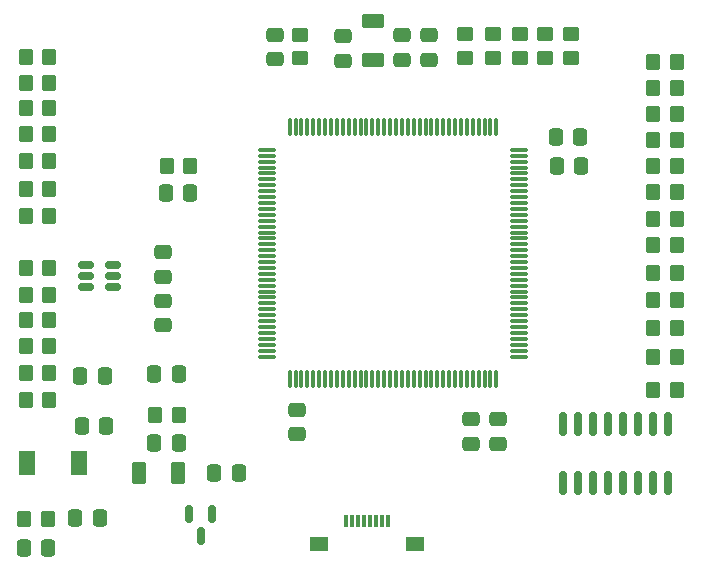
<source format=gbr>
%TF.GenerationSoftware,KiCad,Pcbnew,(6.0.2)*%
%TF.CreationDate,2022-10-19T15:06:20+05:30*%
%TF.ProjectId,flight_controller,666c6967-6874-45f6-936f-6e74726f6c6c,rev?*%
%TF.SameCoordinates,Original*%
%TF.FileFunction,Paste,Top*%
%TF.FilePolarity,Positive*%
%FSLAX46Y46*%
G04 Gerber Fmt 4.6, Leading zero omitted, Abs format (unit mm)*
G04 Created by KiCad (PCBNEW (6.0.2)) date 2022-10-19 15:06:20*
%MOMM*%
%LPD*%
G01*
G04 APERTURE LIST*
G04 Aperture macros list*
%AMRoundRect*
0 Rectangle with rounded corners*
0 $1 Rounding radius*
0 $2 $3 $4 $5 $6 $7 $8 $9 X,Y pos of 4 corners*
0 Add a 4 corners polygon primitive as box body*
4,1,4,$2,$3,$4,$5,$6,$7,$8,$9,$2,$3,0*
0 Add four circle primitives for the rounded corners*
1,1,$1+$1,$2,$3*
1,1,$1+$1,$4,$5*
1,1,$1+$1,$6,$7*
1,1,$1+$1,$8,$9*
0 Add four rect primitives between the rounded corners*
20,1,$1+$1,$2,$3,$4,$5,0*
20,1,$1+$1,$4,$5,$6,$7,0*
20,1,$1+$1,$6,$7,$8,$9,0*
20,1,$1+$1,$8,$9,$2,$3,0*%
G04 Aperture macros list end*
%ADD10RoundRect,0.250000X-0.350000X-0.450000X0.350000X-0.450000X0.350000X0.450000X-0.350000X0.450000X0*%
%ADD11RoundRect,0.250000X0.350000X0.450000X-0.350000X0.450000X-0.350000X-0.450000X0.350000X-0.450000X0*%
%ADD12RoundRect,0.250000X0.337500X0.475000X-0.337500X0.475000X-0.337500X-0.475000X0.337500X-0.475000X0*%
%ADD13RoundRect,0.250000X0.450000X-0.350000X0.450000X0.350000X-0.450000X0.350000X-0.450000X-0.350000X0*%
%ADD14RoundRect,0.075000X-0.662500X-0.075000X0.662500X-0.075000X0.662500X0.075000X-0.662500X0.075000X0*%
%ADD15RoundRect,0.075000X-0.075000X-0.662500X0.075000X-0.662500X0.075000X0.662500X-0.075000X0.662500X0*%
%ADD16RoundRect,0.250000X0.475000X-0.337500X0.475000X0.337500X-0.475000X0.337500X-0.475000X-0.337500X0*%
%ADD17RoundRect,0.150000X-0.150000X0.587500X-0.150000X-0.587500X0.150000X-0.587500X0.150000X0.587500X0*%
%ADD18RoundRect,0.250000X-0.475000X0.337500X-0.475000X-0.337500X0.475000X-0.337500X0.475000X0.337500X0*%
%ADD19R,0.300000X1.000000*%
%ADD20R,1.650000X1.300000*%
%ADD21RoundRect,0.250000X-0.337500X-0.475000X0.337500X-0.475000X0.337500X0.475000X-0.337500X0.475000X0*%
%ADD22RoundRect,0.150000X0.150000X-0.825000X0.150000X0.825000X-0.150000X0.825000X-0.150000X-0.825000X0*%
%ADD23RoundRect,0.250000X0.362500X0.700000X-0.362500X0.700000X-0.362500X-0.700000X0.362500X-0.700000X0*%
%ADD24RoundRect,0.150000X-0.512500X-0.150000X0.512500X-0.150000X0.512500X0.150000X-0.512500X0.150000X0*%
%ADD25R,1.400000X2.100000*%
%ADD26RoundRect,0.250000X-0.450000X0.350000X-0.450000X-0.350000X0.450000X-0.350000X0.450000X0.350000X0*%
%ADD27RoundRect,0.250000X-0.700000X0.362500X-0.700000X-0.362500X0.700000X-0.362500X0.700000X0.362500X0*%
G04 APERTURE END LIST*
D10*
%TO.C,R25*%
X111150000Y-130550000D03*
X113150000Y-130550000D03*
%TD*%
%TO.C,R26*%
X111150000Y-133350000D03*
X113150000Y-133350000D03*
%TD*%
D11*
%TO.C,R34*%
X60000000Y-123000000D03*
X58000000Y-123000000D03*
%TD*%
D12*
%TO.C,C3*%
X64675000Y-132150000D03*
X62600000Y-132150000D03*
%TD*%
D10*
%TO.C,R24*%
X111150000Y-128050000D03*
X113150000Y-128050000D03*
%TD*%
D13*
%TO.C,R7*%
X97600000Y-105200000D03*
X97600000Y-103200000D03*
%TD*%
D14*
%TO.C,U1*%
X78437500Y-113000000D03*
X78437500Y-113500000D03*
X78437500Y-114000000D03*
X78437500Y-114500000D03*
X78437500Y-115000000D03*
X78437500Y-115500000D03*
X78437500Y-116000000D03*
X78437500Y-116500000D03*
X78437500Y-117000000D03*
X78437500Y-117500000D03*
X78437500Y-118000000D03*
X78437500Y-118500000D03*
X78437500Y-119000000D03*
X78437500Y-119500000D03*
X78437500Y-120000000D03*
X78437500Y-120500000D03*
X78437500Y-121000000D03*
X78437500Y-121500000D03*
X78437500Y-122000000D03*
X78437500Y-122500000D03*
X78437500Y-123000000D03*
X78437500Y-123500000D03*
X78437500Y-124000000D03*
X78437500Y-124500000D03*
X78437500Y-125000000D03*
X78437500Y-125500000D03*
X78437500Y-126000000D03*
X78437500Y-126500000D03*
X78437500Y-127000000D03*
X78437500Y-127500000D03*
X78437500Y-128000000D03*
X78437500Y-128500000D03*
X78437500Y-129000000D03*
X78437500Y-129500000D03*
X78437500Y-130000000D03*
X78437500Y-130500000D03*
D15*
X80350000Y-132412500D03*
X80850000Y-132412500D03*
X81350000Y-132412500D03*
X81850000Y-132412500D03*
X82350000Y-132412500D03*
X82850000Y-132412500D03*
X83350000Y-132412500D03*
X83850000Y-132412500D03*
X84350000Y-132412500D03*
X84850000Y-132412500D03*
X85350000Y-132412500D03*
X85850000Y-132412500D03*
X86350000Y-132412500D03*
X86850000Y-132412500D03*
X87350000Y-132412500D03*
X87850000Y-132412500D03*
X88350000Y-132412500D03*
X88850000Y-132412500D03*
X89350000Y-132412500D03*
X89850000Y-132412500D03*
X90350000Y-132412500D03*
X90850000Y-132412500D03*
X91350000Y-132412500D03*
X91850000Y-132412500D03*
X92350000Y-132412500D03*
X92850000Y-132412500D03*
X93350000Y-132412500D03*
X93850000Y-132412500D03*
X94350000Y-132412500D03*
X94850000Y-132412500D03*
X95350000Y-132412500D03*
X95850000Y-132412500D03*
X96350000Y-132412500D03*
X96850000Y-132412500D03*
X97350000Y-132412500D03*
X97850000Y-132412500D03*
D14*
X99762500Y-130500000D03*
X99762500Y-130000000D03*
X99762500Y-129500000D03*
X99762500Y-129000000D03*
X99762500Y-128500000D03*
X99762500Y-128000000D03*
X99762500Y-127500000D03*
X99762500Y-127000000D03*
X99762500Y-126500000D03*
X99762500Y-126000000D03*
X99762500Y-125500000D03*
X99762500Y-125000000D03*
X99762500Y-124500000D03*
X99762500Y-124000000D03*
X99762500Y-123500000D03*
X99762500Y-123000000D03*
X99762500Y-122500000D03*
X99762500Y-122000000D03*
X99762500Y-121500000D03*
X99762500Y-121000000D03*
X99762500Y-120500000D03*
X99762500Y-120000000D03*
X99762500Y-119500000D03*
X99762500Y-119000000D03*
X99762500Y-118500000D03*
X99762500Y-118000000D03*
X99762500Y-117500000D03*
X99762500Y-117000000D03*
X99762500Y-116500000D03*
X99762500Y-116000000D03*
X99762500Y-115500000D03*
X99762500Y-115000000D03*
X99762500Y-114500000D03*
X99762500Y-114000000D03*
X99762500Y-113500000D03*
X99762500Y-113000000D03*
D15*
X97850000Y-111087500D03*
X97350000Y-111087500D03*
X96850000Y-111087500D03*
X96350000Y-111087500D03*
X95850000Y-111087500D03*
X95350000Y-111087500D03*
X94850000Y-111087500D03*
X94350000Y-111087500D03*
X93850000Y-111087500D03*
X93350000Y-111087500D03*
X92850000Y-111087500D03*
X92350000Y-111087500D03*
X91850000Y-111087500D03*
X91350000Y-111087500D03*
X90850000Y-111087500D03*
X90350000Y-111087500D03*
X89850000Y-111087500D03*
X89350000Y-111087500D03*
X88850000Y-111087500D03*
X88350000Y-111087500D03*
X87850000Y-111087500D03*
X87350000Y-111087500D03*
X86850000Y-111087500D03*
X86350000Y-111087500D03*
X85850000Y-111087500D03*
X85350000Y-111087500D03*
X84850000Y-111087500D03*
X84350000Y-111087500D03*
X83850000Y-111087500D03*
X83350000Y-111087500D03*
X82850000Y-111087500D03*
X82350000Y-111087500D03*
X81850000Y-111087500D03*
X81350000Y-111087500D03*
X80850000Y-111087500D03*
X80350000Y-111087500D03*
%TD*%
D16*
%TO.C,C4*%
X69650000Y-127837500D03*
X69650000Y-125762500D03*
%TD*%
D11*
%TO.C,R38*%
X60000000Y-111700000D03*
X58000000Y-111700000D03*
%TD*%
D13*
%TO.C,R8*%
X95200000Y-105200000D03*
X95200000Y-103200000D03*
%TD*%
D17*
%TO.C,D2*%
X73750000Y-143862500D03*
X71850000Y-143862500D03*
X72800000Y-145737500D03*
%TD*%
D11*
%TO.C,R35*%
X60000000Y-118600000D03*
X58000000Y-118600000D03*
%TD*%
D13*
%TO.C,R5*%
X104200000Y-105200000D03*
X104200000Y-103200000D03*
%TD*%
D18*
%TO.C,C9*%
X80950000Y-135012500D03*
X80950000Y-137087500D03*
%TD*%
D19*
%TO.C,J6*%
X85150000Y-144450000D03*
X85650000Y-144450000D03*
X86150000Y-144450000D03*
X86650000Y-144450000D03*
X87150000Y-144450000D03*
X87650000Y-144450000D03*
X88150000Y-144450000D03*
X88650000Y-144450000D03*
D20*
X82875000Y-146350000D03*
X90925000Y-146350000D03*
%TD*%
D21*
%TO.C,C8*%
X102962500Y-114400000D03*
X105037500Y-114400000D03*
%TD*%
D12*
%TO.C,C21*%
X64287500Y-144200000D03*
X62212500Y-144200000D03*
%TD*%
D10*
%TO.C,R21*%
X111150000Y-121100000D03*
X113150000Y-121100000D03*
%TD*%
D11*
%TO.C,R37*%
X60000000Y-113950000D03*
X58000000Y-113950000D03*
%TD*%
%TO.C,R39*%
X60000000Y-109500000D03*
X58000000Y-109500000D03*
%TD*%
D12*
%TO.C,C23*%
X64837500Y-136400000D03*
X62762500Y-136400000D03*
%TD*%
D11*
%TO.C,R1*%
X70950000Y-135450000D03*
X68950000Y-135450000D03*
%TD*%
D12*
%TO.C,C24*%
X59900000Y-146700000D03*
X57825000Y-146700000D03*
%TD*%
D13*
%TO.C,R4*%
X102000000Y-105200000D03*
X102000000Y-103200000D03*
%TD*%
D11*
%TO.C,R31*%
X60000000Y-129650000D03*
X58000000Y-129650000D03*
%TD*%
D10*
%TO.C,R19*%
X111150000Y-116600000D03*
X113150000Y-116600000D03*
%TD*%
%TO.C,R23*%
X111150000Y-125750000D03*
X113150000Y-125750000D03*
%TD*%
D11*
%TO.C,R41*%
X60000000Y-105100000D03*
X58000000Y-105100000D03*
%TD*%
D13*
%TO.C,R6*%
X99850000Y-105200000D03*
X99850000Y-103200000D03*
%TD*%
D16*
%TO.C,C12*%
X84850000Y-105437500D03*
X84850000Y-103362500D03*
%TD*%
D10*
%TO.C,R16*%
X111150000Y-109950000D03*
X113150000Y-109950000D03*
%TD*%
D11*
%TO.C,R40*%
X60000000Y-107350000D03*
X58000000Y-107350000D03*
%TD*%
D22*
%TO.C,U8*%
X103455000Y-141175000D03*
X104725000Y-141175000D03*
X105995000Y-141175000D03*
X107265000Y-141175000D03*
X108535000Y-141175000D03*
X109805000Y-141175000D03*
X111075000Y-141175000D03*
X112345000Y-141175000D03*
X112345000Y-136225000D03*
X111075000Y-136225000D03*
X109805000Y-136225000D03*
X108535000Y-136225000D03*
X107265000Y-136225000D03*
X105995000Y-136225000D03*
X104725000Y-136225000D03*
X103455000Y-136225000D03*
%TD*%
D10*
%TO.C,R2*%
X69950000Y-114350000D03*
X71950000Y-114350000D03*
%TD*%
D16*
%TO.C,C16*%
X92150000Y-105387500D03*
X92150000Y-103312500D03*
%TD*%
D23*
%TO.C,FB1*%
X70925000Y-140400000D03*
X67600000Y-140400000D03*
%TD*%
D11*
%TO.C,R29*%
X60000000Y-134150000D03*
X58000000Y-134150000D03*
%TD*%
D10*
%TO.C,R15*%
X111150000Y-107800000D03*
X113150000Y-107800000D03*
%TD*%
D21*
%TO.C,C11*%
X102862500Y-111900000D03*
X104937500Y-111900000D03*
%TD*%
D12*
%TO.C,C6*%
X71950000Y-116650000D03*
X69875000Y-116650000D03*
%TD*%
D18*
%TO.C,C1*%
X69650000Y-121662500D03*
X69650000Y-123737500D03*
%TD*%
D12*
%TO.C,C5*%
X70937500Y-132000000D03*
X68862500Y-132000000D03*
%TD*%
D10*
%TO.C,R9*%
X57862500Y-144250000D03*
X59862500Y-144250000D03*
%TD*%
%TO.C,R17*%
X111150000Y-112150000D03*
X113150000Y-112150000D03*
%TD*%
D11*
%TO.C,R36*%
X60000000Y-116300000D03*
X58000000Y-116300000D03*
%TD*%
D24*
%TO.C,U9*%
X63112500Y-122750000D03*
X63112500Y-123700000D03*
X63112500Y-124650000D03*
X65387500Y-124650000D03*
X65387500Y-123700000D03*
X65387500Y-122750000D03*
%TD*%
D10*
%TO.C,R14*%
X111150000Y-105600000D03*
X113150000Y-105600000D03*
%TD*%
%TO.C,R18*%
X111150000Y-114350000D03*
X113150000Y-114350000D03*
%TD*%
D25*
%TO.C,D1*%
X62500000Y-139500000D03*
X58100000Y-139500000D03*
%TD*%
D11*
%TO.C,R33*%
X60000000Y-125250000D03*
X58000000Y-125250000D03*
%TD*%
D10*
%TO.C,R22*%
X111150000Y-123450000D03*
X113150000Y-123450000D03*
%TD*%
D18*
%TO.C,C7*%
X95700000Y-135812500D03*
X95700000Y-137887500D03*
%TD*%
D10*
%TO.C,R20*%
X111150000Y-118850000D03*
X113150000Y-118850000D03*
%TD*%
D16*
%TO.C,C15*%
X89900000Y-105375000D03*
X89900000Y-103300000D03*
%TD*%
D26*
%TO.C,R3*%
X81250000Y-103250000D03*
X81250000Y-105250000D03*
%TD*%
D18*
%TO.C,C10*%
X97950000Y-135812500D03*
X97950000Y-137887500D03*
%TD*%
D16*
%TO.C,C2*%
X79100000Y-105325000D03*
X79100000Y-103250000D03*
%TD*%
D11*
%TO.C,R30*%
X60000000Y-131900000D03*
X58000000Y-131900000D03*
%TD*%
%TO.C,R32*%
X60000000Y-127400000D03*
X58000000Y-127400000D03*
%TD*%
D12*
%TO.C,C13*%
X70937500Y-137800000D03*
X68862500Y-137800000D03*
%TD*%
D27*
%TO.C,FB2*%
X87400000Y-102087500D03*
X87400000Y-105412500D03*
%TD*%
D21*
%TO.C,C14*%
X73962500Y-140400000D03*
X76037500Y-140400000D03*
%TD*%
M02*

</source>
